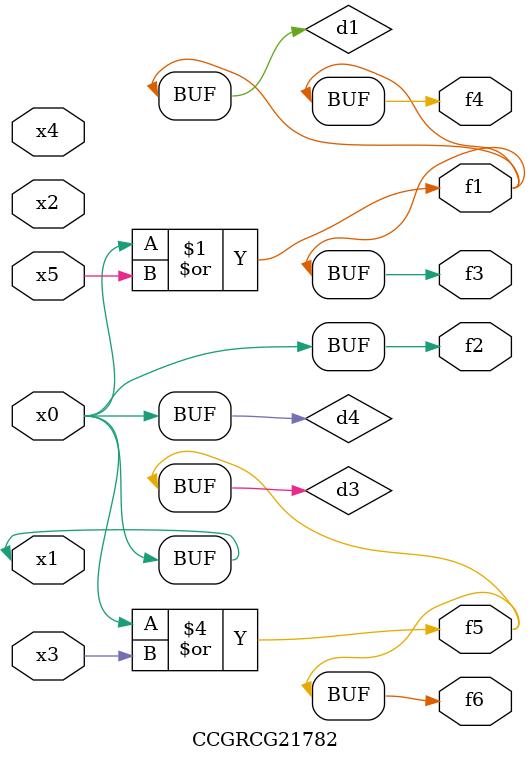
<source format=v>
module CCGRCG21782(
	input x0, x1, x2, x3, x4, x5,
	output f1, f2, f3, f4, f5, f6
);

	wire d1, d2, d3, d4;

	or (d1, x0, x5);
	xnor (d2, x1, x4);
	or (d3, x0, x3);
	buf (d4, x0, x1);
	assign f1 = d1;
	assign f2 = d4;
	assign f3 = d1;
	assign f4 = d1;
	assign f5 = d3;
	assign f6 = d3;
endmodule

</source>
